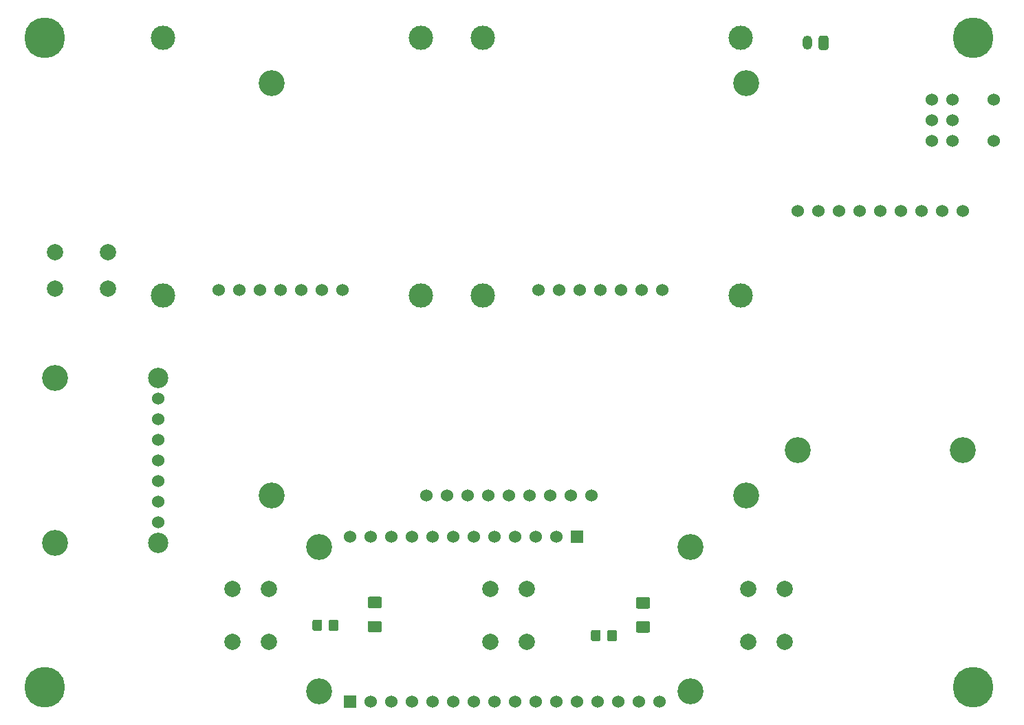
<source format=gbr>
%TF.GenerationSoftware,KiCad,Pcbnew,5.1.9+dfsg1-1*%
%TF.CreationDate,2021-09-30T01:50:27+00:00*%
%TF.ProjectId,st_pat,73745f70-6174-42e6-9b69-6361645f7063,rev?*%
%TF.SameCoordinates,Original*%
%TF.FileFunction,Soldermask,Top*%
%TF.FilePolarity,Negative*%
%FSLAX46Y46*%
G04 Gerber Fmt 4.6, Leading zero omitted, Abs format (unit mm)*
G04 Created by KiCad (PCBNEW 5.1.9+dfsg1-1) date 2021-09-30 01:50:27*
%MOMM*%
%LPD*%
G01*
G04 APERTURE LIST*
%ADD10C,5.000000*%
%ADD11C,3.200000*%
%ADD12C,1.530000*%
%ADD13C,2.000000*%
%ADD14R,1.530000X1.530000*%
%ADD15C,2.500000*%
%ADD16C,3.000000*%
%ADD17C,1.524000*%
%ADD18O,1.200000X1.750000*%
G04 APERTURE END LIST*
D10*
%TO.C, *%
X196850000Y-120650000D03*
%TD*%
D11*
%TO.C,U1*%
X175260000Y-91440000D03*
X195580000Y-91440000D03*
D12*
X177800000Y-61976000D03*
X175260000Y-61976000D03*
X187960000Y-61976000D03*
X182880000Y-61976000D03*
X193040000Y-61976000D03*
X180340000Y-61976000D03*
X195580000Y-61976000D03*
X185420000Y-61976000D03*
X190500000Y-61976000D03*
%TD*%
D13*
%TO.C,SW5*%
X169164000Y-108562000D03*
X173664000Y-108562000D03*
X169164000Y-115062000D03*
X173664000Y-115062000D03*
%TD*%
%TO.C,SW4*%
X137414000Y-108562000D03*
X141914000Y-108562000D03*
X137414000Y-115062000D03*
X141914000Y-115062000D03*
%TD*%
%TO.C,SW3*%
X105664000Y-108562000D03*
X110164000Y-108562000D03*
X105664000Y-115062000D03*
X110164000Y-115062000D03*
%TD*%
%TO.C,SW2*%
X90320000Y-67056000D03*
X90320000Y-71556000D03*
X83820000Y-67056000D03*
X83820000Y-71556000D03*
%TD*%
D10*
%TO.C, *%
X82550000Y-120650000D03*
%TD*%
%TO.C, *%
X82550000Y-40640000D03*
%TD*%
%TO.C, *%
X196850000Y-40640000D03*
%TD*%
D12*
%TO.C,U4*%
X149860000Y-97028000D03*
X147320000Y-97028000D03*
X144780000Y-97028000D03*
X142240000Y-97028000D03*
X139700000Y-97028000D03*
X137160000Y-97028000D03*
X134620000Y-97028000D03*
X132080000Y-97028000D03*
X129540000Y-97028000D03*
D11*
X110490000Y-97028000D03*
X110490000Y-46228000D03*
X168910000Y-46228000D03*
X168910000Y-97028000D03*
%TD*%
D14*
%TO.C,U2*%
X120142000Y-122428000D03*
X148082000Y-102108000D03*
D11*
X162052000Y-103378000D03*
X162052000Y-121158000D03*
D12*
X145542000Y-102108000D03*
X143002000Y-102108000D03*
X140462000Y-102108000D03*
X137922000Y-102108000D03*
X135382000Y-102108000D03*
X132842000Y-102108000D03*
X130302000Y-102108000D03*
X127762000Y-102108000D03*
X125222000Y-102108000D03*
X122682000Y-102108000D03*
X120142000Y-102108000D03*
X122682000Y-122428000D03*
X125222000Y-122428000D03*
X127762000Y-122428000D03*
X130302000Y-122428000D03*
X132842000Y-122428000D03*
X135382000Y-122428000D03*
X137922000Y-122428000D03*
X140462000Y-122428000D03*
X143002000Y-122428000D03*
X145542000Y-122428000D03*
X148082000Y-122428000D03*
X150622000Y-122428000D03*
X153162000Y-122428000D03*
X155702000Y-122428000D03*
X158242000Y-122428000D03*
D11*
X116332000Y-121158000D03*
X116332000Y-103378000D03*
%TD*%
D12*
%TO.C,U3*%
X96520000Y-100330000D03*
D15*
X96520000Y-102870000D03*
X96520000Y-82550000D03*
D11*
X83820000Y-82550000D03*
X83820000Y-102870000D03*
D12*
X96520000Y-97790000D03*
X96520000Y-95250000D03*
X96520000Y-92710000D03*
X96520000Y-90170000D03*
X96520000Y-87630000D03*
X96520000Y-85090000D03*
%TD*%
D16*
%TO.C,U6*%
X128905000Y-72390000D03*
X128905000Y-40640000D03*
X97155000Y-40640000D03*
X97155000Y-72390000D03*
D17*
X119253000Y-71755000D03*
X116713000Y-71755000D03*
X114173000Y-71755000D03*
X111633000Y-71755000D03*
X109093000Y-71755000D03*
X106553000Y-71755000D03*
X104013000Y-71755000D03*
%TD*%
D16*
%TO.C,U5*%
X168275000Y-72390000D03*
X168275000Y-40640000D03*
X136525000Y-40640000D03*
X136525000Y-72390000D03*
D17*
X158623000Y-71755000D03*
X156083000Y-71755000D03*
X153543000Y-71755000D03*
X151003000Y-71755000D03*
X148463000Y-71755000D03*
X145923000Y-71755000D03*
X143383000Y-71755000D03*
%TD*%
%TO.C,R3*%
G36*
G01*
X151000000Y-113849999D02*
X151000000Y-114750001D01*
G75*
G02*
X150750001Y-115000000I-249999J0D01*
G01*
X150049999Y-115000000D01*
G75*
G02*
X149800000Y-114750001I0J249999D01*
G01*
X149800000Y-113849999D01*
G75*
G02*
X150049999Y-113600000I249999J0D01*
G01*
X150750001Y-113600000D01*
G75*
G02*
X151000000Y-113849999I0J-249999D01*
G01*
G37*
G36*
G01*
X153000000Y-113849999D02*
X153000000Y-114750001D01*
G75*
G02*
X152750001Y-115000000I-249999J0D01*
G01*
X152049999Y-115000000D01*
G75*
G02*
X151800000Y-114750001I0J249999D01*
G01*
X151800000Y-113849999D01*
G75*
G02*
X152049999Y-113600000I249999J0D01*
G01*
X152750001Y-113600000D01*
G75*
G02*
X153000000Y-113849999I0J-249999D01*
G01*
G37*
%TD*%
%TO.C,D3*%
G36*
G01*
X156835000Y-110985000D02*
X155585000Y-110985000D01*
G75*
G02*
X155335000Y-110735000I0J250000D01*
G01*
X155335000Y-109810000D01*
G75*
G02*
X155585000Y-109560000I250000J0D01*
G01*
X156835000Y-109560000D01*
G75*
G02*
X157085000Y-109810000I0J-250000D01*
G01*
X157085000Y-110735000D01*
G75*
G02*
X156835000Y-110985000I-250000J0D01*
G01*
G37*
G36*
G01*
X156835000Y-113960000D02*
X155585000Y-113960000D01*
G75*
G02*
X155335000Y-113710000I0J250000D01*
G01*
X155335000Y-112785000D01*
G75*
G02*
X155585000Y-112535000I250000J0D01*
G01*
X156835000Y-112535000D01*
G75*
G02*
X157085000Y-112785000I0J-250000D01*
G01*
X157085000Y-113710000D01*
G75*
G02*
X156835000Y-113960000I-250000J0D01*
G01*
G37*
%TD*%
%TO.C,SW1*%
X199390000Y-53340000D03*
X199390000Y-48260000D03*
X194310000Y-53340000D03*
X194310000Y-50800000D03*
X194310000Y-48260000D03*
X191770000Y-53340000D03*
X191770000Y-50800000D03*
X191770000Y-48260000D03*
%TD*%
%TO.C,R2*%
G36*
G01*
X116710000Y-112579999D02*
X116710000Y-113480001D01*
G75*
G02*
X116460001Y-113730000I-249999J0D01*
G01*
X115759999Y-113730000D01*
G75*
G02*
X115510000Y-113480001I0J249999D01*
G01*
X115510000Y-112579999D01*
G75*
G02*
X115759999Y-112330000I249999J0D01*
G01*
X116460001Y-112330000D01*
G75*
G02*
X116710000Y-112579999I0J-249999D01*
G01*
G37*
G36*
G01*
X118710000Y-112579999D02*
X118710000Y-113480001D01*
G75*
G02*
X118460001Y-113730000I-249999J0D01*
G01*
X117759999Y-113730000D01*
G75*
G02*
X117510000Y-113480001I0J249999D01*
G01*
X117510000Y-112579999D01*
G75*
G02*
X117759999Y-112330000I249999J0D01*
G01*
X118460001Y-112330000D01*
G75*
G02*
X118710000Y-112579999I0J-249999D01*
G01*
G37*
%TD*%
%TO.C,D2*%
G36*
G01*
X123815000Y-110948500D02*
X122565000Y-110948500D01*
G75*
G02*
X122315000Y-110698500I0J250000D01*
G01*
X122315000Y-109773500D01*
G75*
G02*
X122565000Y-109523500I250000J0D01*
G01*
X123815000Y-109523500D01*
G75*
G02*
X124065000Y-109773500I0J-250000D01*
G01*
X124065000Y-110698500D01*
G75*
G02*
X123815000Y-110948500I-250000J0D01*
G01*
G37*
G36*
G01*
X123815000Y-113923500D02*
X122565000Y-113923500D01*
G75*
G02*
X122315000Y-113673500I0J250000D01*
G01*
X122315000Y-112748500D01*
G75*
G02*
X122565000Y-112498500I250000J0D01*
G01*
X123815000Y-112498500D01*
G75*
G02*
X124065000Y-112748500I0J-250000D01*
G01*
X124065000Y-113673500D01*
G75*
G02*
X123815000Y-113923500I-250000J0D01*
G01*
G37*
%TD*%
D18*
%TO.C,J4*%
X176435000Y-41275000D03*
G36*
G01*
X179035000Y-40649999D02*
X179035000Y-41900001D01*
G75*
G02*
X178785001Y-42150000I-249999J0D01*
G01*
X178084999Y-42150000D01*
G75*
G02*
X177835000Y-41900001I0J249999D01*
G01*
X177835000Y-40649999D01*
G75*
G02*
X178084999Y-40400000I249999J0D01*
G01*
X178785001Y-40400000D01*
G75*
G02*
X179035000Y-40649999I0J-249999D01*
G01*
G37*
%TD*%
M02*

</source>
